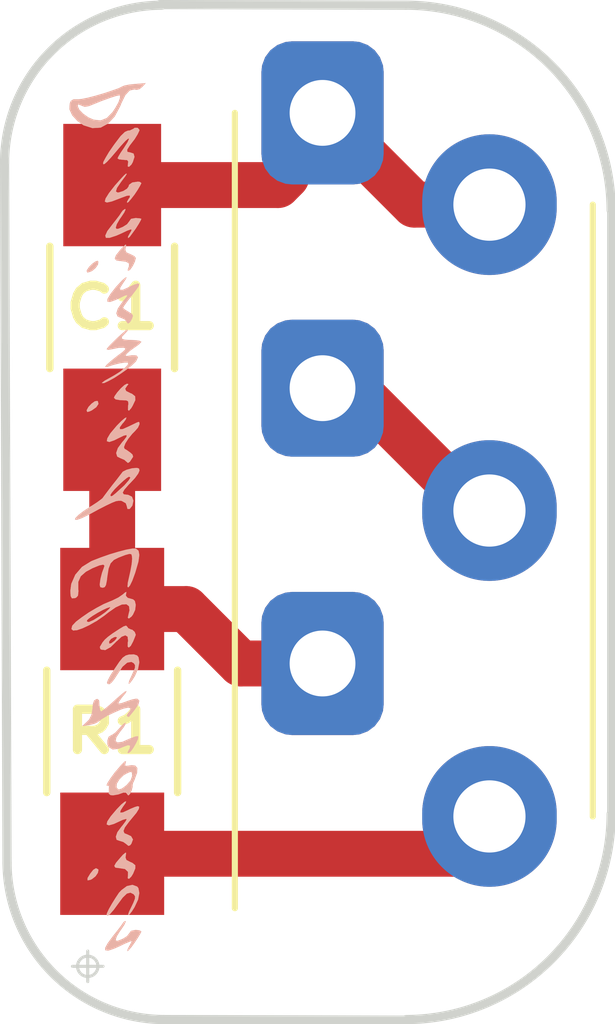
<source format=kicad_pcb>
(kicad_pcb (version 20171130) (host pcbnew "(5.1.5)-3")

  (general
    (thickness 1.6)
    (drawings 9)
    (tracks 16)
    (zones 0)
    (modules 4)
    (nets 1)
  )

  (page A4)
  (layers
    (0 F.Cu signal)
    (31 B.Cu signal)
    (32 B.Adhes user)
    (33 F.Adhes user)
    (34 B.Paste user)
    (35 F.Paste user)
    (36 B.SilkS user)
    (37 F.SilkS user)
    (38 B.Mask user)
    (39 F.Mask user)
    (40 Dwgs.User user)
    (41 Cmts.User user)
    (42 Eco1.User user)
    (43 Eco2.User user)
    (44 Edge.Cuts user)
    (45 Margin user)
    (46 B.CrtYd user)
    (47 F.CrtYd user)
    (48 B.Fab user)
    (49 F.Fab user)
  )

  (setup
    (last_trace_width 0.25)
    (user_trace_width 0.5)
    (user_trace_width 0.75)
    (user_trace_width 0.88)
    (user_trace_width 1)
    (trace_clearance 0.2)
    (zone_clearance 0.508)
    (zone_45_only no)
    (trace_min 0.2)
    (via_size 0.6)
    (via_drill 0.4)
    (via_min_size 0.4)
    (via_min_drill 0.3)
    (uvia_size 0.3)
    (uvia_drill 0.1)
    (uvias_allowed no)
    (uvia_min_size 0.2)
    (uvia_min_drill 0.1)
    (edge_width 0.15)
    (segment_width 0.2)
    (pcb_text_width 0.3)
    (pcb_text_size 1.5 1.5)
    (mod_edge_width 0.15)
    (mod_text_size 1 1)
    (mod_text_width 0.15)
    (pad_size 2 2.34)
    (pad_drill 1.076)
    (pad_to_mask_clearance 0.2)
    (solder_mask_min_width 0.25)
    (aux_axis_origin 129.92 74.83)
    (visible_elements 7FFFFFFF)
    (pcbplotparams
      (layerselection 0x00030_80000001)
      (usegerberextensions false)
      (usegerberattributes false)
      (usegerberadvancedattributes false)
      (creategerberjobfile false)
      (excludeedgelayer true)
      (linewidth 0.100000)
      (plotframeref false)
      (viasonmask false)
      (mode 1)
      (useauxorigin false)
      (hpglpennumber 1)
      (hpglpenspeed 20)
      (hpglpendiameter 15.000000)
      (psnegative false)
      (psa4output false)
      (plotreference true)
      (plotvalue true)
      (plotinvisibletext false)
      (padsonsilk false)
      (subtractmaskfromsilk false)
      (outputformat 1)
      (mirror false)
      (drillshape 1)
      (scaleselection 1)
      (outputdirectory ""))
  )

  (net 0 "")

  (net_class Default "This is the default net class."
    (clearance 0.2)
    (trace_width 0.25)
    (via_dia 0.6)
    (via_drill 0.4)
    (uvia_dia 0.3)
    (uvia_drill 0.1)
  )

  (module .pretty:Noll_TonePot (layer F.Cu) (tedit 609CA857) (tstamp 5C771673)
    (at 137.57 71.53)
    (descr "Potentiometer, vertically mounted, Omeg PC16PU, Omeg PC16PU, Omeg PC16PU, Vishay/Spectrol 248GJ/249GJ Single, Vishay/Spectrol 248GJ/249GJ Single, Vishay/Spectrol 248GJ/249GJ Single, Vishay/Spectrol 248GH/249GH Single, Vishay/Spectrol 148/149 Single, Vishay/Spectrol 148/149 Single, Vishay/Spectrol 148/149 Single, Vishay/Spectrol 148A/149A Single with mounting plates, Vishay/Spectrol 148/149 Double, Vishay/Spectrol 148A/149A Double with mounting plates, Piher PC-16 Single, Piher PC-16 Single, Piher PC-16 Single, Piher PC-16SV Single, Piher PC-16 Double, Piher PC-16 Triple, Piher T16H Single, Piher T16L Single, Piher T16H Double, Alps RK163 Single, Alps RK163 Double, http://www.alps.com/prod/info/E/PDF/Potentiometer/MetalShaft/RK163/RK163.PDF")
    (tags "Potentiometer vertical  Omeg PC16PU  Omeg PC16PU  Omeg PC16PU  Vishay/Spectrol 248GJ/249GJ Single  Vishay/Spectrol 248GJ/249GJ Single  Vishay/Spectrol 248GJ/249GJ Single  Vishay/Spectrol 248GH/249GH Single  Vishay/Spectrol 148/149 Single  Vishay/Spectrol 148/149 Single  Vishay/Spectrol 148/149 Single  Vishay/Spectrol 148A/149A Single with mounting plates  Vishay/Spectrol 148/149 Double  Vishay/Spectrol 148A/149A Double with mounting plates  Piher PC-16 Single  Piher PC-16 Single  Piher PC-16 Single  Piher PC-16SV Single  Piher PC-16 Double  Piher PC-16 Triple  Piher T16H Single  Piher T16L Single  Piher T16H Double  Alps RK163 Single  Alps RK163 Double")
    (fp_text reference NTP1 (at -0.57 1.87) (layer F.SilkS) hide
      (effects (font (size 0.22 0.22) (thickness 0.055)))
    )
    (fp_text value Tone_Pot (at 1.43 -7.53 90) (layer F.SilkS) hide
      (effects (font (size 0.3 0.3) (thickness 0.075)))
    )
    (fp_line (start 2.02 0) (end 2.02 -10) (layer F.SilkS) (width 0.1))
    (fp_line (start -3.834 -11.5) (end -3.834 1.5) (layer F.SilkS) (width 0.1))
    (pad 6 thru_hole roundrect (at -2.4 -2.5) (size 2 2.34) (drill 1.076) (layers *.Cu *.Mask) (roundrect_rratio 0.25))
    (pad 5 thru_hole roundrect (at -2.4 -7) (size 2 2.24) (drill 1.076) (layers *.Cu *.Mask) (roundrect_rratio 0.25))
    (pad 4 thru_hole roundrect (at -2.4 -11.5) (size 2 2.34) (drill 1.076) (layers *.Cu *.Mask) (roundrect_rratio 0.25))
    (pad 3 thru_hole oval (at 0.33 -10) (size 2.2 2.3) (drill 1.18) (layers *.Cu *.Mask))
    (pad 2 thru_hole oval (at 0.33 -5) (size 2.2 2.3) (drill 1.18) (layers *.Cu *.Mask))
    (pad 1 thru_hole oval (at 0.33 0) (size 2.2 2.3) (drill 1.18) (layers *.Cu *.Mask))
    (model Potentiometers.3dshapes/Potentiometer_Alps_RK163_Double_Vertical.wrl
      (at (xyz 0 0 0))
      (scale (xyz 1 1 1))
      (rotate (xyz 0 0 0))
    )
  )

  (module .pretty:C_1206_HandSoldering (layer F.Cu) (tedit 5E3A43C8) (tstamp 5C77083A)
    (at 131.73 63.21 90)
    (descr "Capacitor SMD 1206, hand soldering")
    (tags "capacitor 1206")
    (attr smd)
    (fp_text reference C1 (at 0 0 180) (layer F.SilkS)
      (effects (font (size 0.66 0.77) (thickness 0.15)))
    )
    (fp_text value 220p (at 0.65 0 180) (layer F.Fab)
      (effects (font (size 0.127 0.127) (thickness 0.03175)))
    )
    (fp_line (start 3.25 1.05) (end -3.25 1.05) (layer F.CrtYd) (width 0.05))
    (fp_line (start 3.25 1.05) (end 3.25 -1.05) (layer F.CrtYd) (width 0.05))
    (fp_line (start -3.25 -1.05) (end -3.25 1.05) (layer F.CrtYd) (width 0.05))
    (fp_line (start -3.25 -1.05) (end 3.25 -1.05) (layer F.CrtYd) (width 0.05))
    (fp_line (start -1 1.02) (end 1 1.02) (layer F.SilkS) (width 0.12))
    (fp_line (start 1 -1.02) (end -1 -1.02) (layer F.SilkS) (width 0.12))
    (fp_line (start 1.6 -0.8) (end 1.6 0.8) (layer F.Fab) (width 0.1))
    (fp_line (start -1.6 0.8) (end -1.6 -0.8) (layer F.Fab) (width 0.1))
    (pad 2 smd rect (at 2 0 90) (size 2 1.6) (layers F.Cu F.Paste F.Mask))
    (pad 1 smd rect (at -2 0 90) (size 2 1.6) (layers F.Cu F.Paste F.Mask))
    (model Capacitors_SMD.3dshapes/C_1206.wrl
      (at (xyz 0 0 0))
      (scale (xyz 1 1 1))
      (rotate (xyz 0 0 0))
    )
  )

  (module .pretty:PWE_scriptlogo15B (layer F.Cu) (tedit 5C776426) (tstamp 5C773ED4)
    (at 131.64 66.72 90)
    (fp_text reference PWE_logo (at 0.05 0.59 90) (layer F.SilkS) hide
      (effects (font (size 0.12 0.12) (thickness 0.03)))
    )
    (fp_text value 15mm_back (at -2.15 -0.71 90) (layer F.SilkS) hide
      (effects (font (size 0.12 0.12) (thickness 0.03)))
    )
    (fp_poly (pts (xy -5.8547 -0.31242) (xy -5.84708 -0.26924) (xy -5.83438 -0.2413) (xy -5.78866 -0.18288)
      (xy -5.73278 -0.14478) (xy -5.68452 -0.13462) (xy -5.67436 -0.1397) (xy -5.65658 -0.17526)
      (xy -5.68198 -0.21844) (xy -5.74548 -0.26924) (xy -5.8166 -0.31242) (xy -5.8547 -0.31242)) (layer B.SilkS) (width 0.00254))
    (fp_poly (pts (xy 1.80086 -0.3175) (xy 1.81102 -0.2794) (xy 1.8288 -0.2413) (xy 1.8796 -0.17018)
      (xy 1.93294 -0.13462) (xy 1.97612 -0.14478) (xy 1.9812 -0.1524) (xy 1.97612 -0.19304)
      (xy 1.93802 -0.24638) (xy 1.88468 -0.29718) (xy 1.83388 -0.32512) (xy 1.82626 -0.32766)
      (xy 1.80086 -0.3175)) (layer B.SilkS) (width 0.00254))
    (fp_poly (pts (xy 4.07924 -0.31496) (xy 4.09194 -0.27178) (xy 4.10718 -0.23622) (xy 4.15544 -0.18034)
      (xy 4.21132 -0.14224) (xy 4.25704 -0.13716) (xy 4.27228 -0.14732) (xy 4.26212 -0.18288)
      (xy 4.22402 -0.23622) (xy 4.17068 -0.28956) (xy 4.11988 -0.32258) (xy 4.10464 -0.32766)
      (xy 4.07924 -0.31496)) (layer B.SilkS) (width 0.00254))
    (fp_poly (pts (xy -5.8293 0.36576) (xy -5.7912 0.40386) (xy -5.74548 0.4318) (xy -5.65912 0.46736)
      (xy -5.60832 0.46736) (xy -5.57022 0.42164) (xy -5.55498 0.38608) (xy -5.52196 0.32258)
      (xy -5.48132 0.30734) (xy -5.44576 0.31242) (xy -5.40512 0.3175) (xy -5.40258 0.30734)
      (xy -5.4356 0.2667) (xy -5.48386 0.22352) (xy -5.56768 0.1524) (xy -5.61848 0.12446)
      (xy -5.64642 0.14224) (xy -5.65404 0.20066) (xy -5.66928 0.29972) (xy -5.715 0.34798)
      (xy -5.77088 0.34798) (xy -5.82168 0.34544) (xy -5.8293 0.36576)) (layer B.SilkS) (width 0.00254))
    (fp_poly (pts (xy -2.09042 -0.02286) (xy -2.04216 0.0635) (xy -1.98628 0.12192) (xy -1.98628 0.04318)
      (xy -1.98374 0.04064) (xy -1.95072 0.0381) (xy -1.90754 0.07112) (xy -1.8796 0.12192)
      (xy -1.87452 0.14478) (xy -1.88214 0.17018) (xy -1.91262 0.1524) (xy -1.94056 0.127)
      (xy -1.97866 0.0762) (xy -1.98628 0.04318) (xy -1.98628 0.12192) (xy -1.9431 0.1651)
      (xy -1.9431 0.16764) (xy -1.87198 0.24384) (xy -1.84912 0.3048) (xy -1.87198 0.3429)
      (xy -1.9431 0.35052) (xy -1.96342 0.34544) (xy -2.032 0.3429) (xy -2.04978 0.36068)
      (xy -2.02184 0.3937) (xy -1.95072 0.4318) (xy -1.88214 0.45974) (xy -1.8415 0.47498)
      (xy -1.83896 0.47498) (xy -1.80594 0.46228) (xy -1.79324 0.4572) (xy -1.75768 0.41656)
      (xy -1.75514 0.39878) (xy -1.73228 0.35052) (xy -1.7145 0.34036) (xy -1.69164 0.3175)
      (xy -1.70434 0.27686) (xy -1.74244 0.21336) (xy -1.81864 0.09652) (xy -1.87452 0.02032)
      (xy -1.92024 -0.03048) (xy -1.96596 -0.06858) (xy -1.98374 -0.07874) (xy -2.03962 -0.11176)
      (xy -2.07264 -0.10414) (xy -2.0828 -0.0889) (xy -2.09042 -0.02286)) (layer B.SilkS) (width 0.00254))
    (fp_poly (pts (xy -1.77038 -0.54864) (xy -1.7653 -0.48514) (xy -1.73482 -0.39624) (xy -1.68402 -0.28702)
      (xy -1.63322 -0.19812) (xy -1.63322 -0.2921) (xy -1.6256 -0.32258) (xy -1.60274 -0.32258)
      (xy -1.5748 -0.2921) (xy -1.53162 -0.23114) (xy -1.48336 -0.1524) (xy -1.43764 -0.06858)
      (xy -1.40462 0.00254) (xy -1.38938 0.0508) (xy -1.39192 0.06096) (xy -1.4224 0.03556)
      (xy -1.4732 -0.02286) (xy -1.52908 -0.1016) (xy -1.6002 -0.2159) (xy -1.63322 -0.2921)
      (xy -1.63322 -0.19812) (xy -1.61544 -0.1651) (xy -1.52908 -0.04064) (xy -1.4732 0.03048)
      (xy -1.39192 0.14732) (xy -1.3462 0.24638) (xy -1.34112 0.32258) (xy -1.37414 0.36576)
      (xy -1.44018 0.37338) (xy -1.50368 0.35814) (xy -1.5621 0.34544) (xy -1.5748 0.36322)
      (xy -1.54178 0.4064) (xy -1.5113 0.42926) (xy -1.4351 0.46482) (xy -1.35128 0.47498)
      (xy -1.28778 0.45974) (xy -1.26238 0.4318) (xy -1.24206 0.36068) (xy -1.23698 0.3429)
      (xy -1.20142 0.31242) (xy -1.1684 0.3175) (xy -1.14046 0.32258) (xy -1.15062 0.29972)
      (xy -1.1811 0.26416) (xy -1.2319 0.1905) (xy -1.28016 0.09144) (xy -1.29794 0.04826)
      (xy -1.33858 -0.04826) (xy -1.40208 -0.16764) (xy -1.47574 -0.2921) (xy -1.55448 -0.4064)
      (xy -1.6256 -0.50038) (xy -1.68402 -0.55626) (xy -1.69418 -0.56388) (xy -1.74752 -0.57658)
      (xy -1.77038 -0.54864)) (layer B.SilkS) (width 0.00254))
    (fp_poly (pts (xy 1.82118 0.36322) (xy 1.86436 0.40132) (xy 1.90246 0.42418) (xy 1.9939 0.46736)
      (xy 2.0574 0.46482) (xy 2.09804 0.41402) (xy 2.1082 0.38862) (xy 2.14376 0.3175)
      (xy 2.18186 0.30226) (xy 2.22758 0.33274) (xy 2.25552 0.3556) (xy 2.26314 0.33274)
      (xy 2.24028 0.28956) (xy 2.18694 0.23114) (xy 2.1209 0.17272) (xy 2.05994 0.12954)
      (xy 2.032 0.11938) (xy 2.0066 0.14732) (xy 1.9939 0.22606) (xy 1.9939 0.2413)
      (xy 1.99136 0.3175) (xy 1.97612 0.35052) (xy 1.93294 0.3556) (xy 1.905 0.35052)
      (xy 1.83642 0.34798) (xy 1.82118 0.36322)) (layer B.SilkS) (width 0.00254))
    (fp_poly (pts (xy 4.10718 0.3556) (xy 4.13258 0.38862) (xy 4.18846 0.42672) (xy 4.25704 0.45974)
      (xy 4.31292 0.47498) (xy 4.31546 0.47752) (xy 4.34848 0.45212) (xy 4.37896 0.39116)
      (xy 4.3815 0.38608) (xy 4.40944 0.32258) (xy 4.45008 0.3048) (xy 4.49072 0.30988)
      (xy 4.53136 0.3175) (xy 4.53644 0.30734) (xy 4.50342 0.27178) (xy 4.45262 0.22352)
      (xy 4.36372 0.1524) (xy 4.30784 0.13208) (xy 4.27736 0.16002) (xy 4.26974 0.2159)
      (xy 4.25704 0.3175) (xy 4.22656 0.36576) (xy 4.1783 0.36322) (xy 4.16814 0.35814)
      (xy 4.11734 0.3429) (xy 4.10718 0.3556)) (layer B.SilkS) (width 0.00254))
    (fp_poly (pts (xy -4.46532 0.35814) (xy -4.43992 0.38354) (xy -4.38404 0.40894) (xy -4.37134 0.41148)
      (xy -4.37134 0.19558) (xy -4.3434 0.1651) (xy -4.3307 0.16002) (xy -4.27482 0.1651)
      (xy -4.2037 0.20828) (xy -4.1402 0.27178) (xy -4.10972 0.32258) (xy -4.08178 0.38608)
      (xy -4.0894 0.41148) (xy -4.13512 0.41656) (xy -4.15036 0.41656) (xy -4.22148 0.39116)
      (xy -4.29768 0.32512) (xy -4.3561 0.24638) (xy -4.37134 0.19558) (xy -4.37134 0.41148)
      (xy -4.32562 0.42418) (xy -4.3053 0.42164) (xy -4.2672 0.42926) (xy -4.20116 0.45974)
      (xy -4.19608 0.45974) (xy -4.09448 0.49784) (xy -4.01828 0.50038) (xy -3.97764 0.46482)
      (xy -3.97256 0.40386) (xy -3.98018 0.3556) (xy -3.98526 0.30734) (xy -3.95986 0.30226)
      (xy -3.94462 0.30734) (xy -3.90652 0.31496) (xy -3.91414 0.2921) (xy -3.97256 0.23368)
      (xy -4.0767 0.14478) (xy -4.08432 0.13716) (xy -4.18084 0.06604) (xy -4.2545 0.01778)
      (xy -4.30022 -0.00254) (xy -4.31038 0.01016) (xy -4.30276 0.02286) (xy -4.318 0.0381)
      (xy -4.37134 0.03556) (xy -4.37642 0.03556) (xy -4.43738 0.03302) (xy -4.46024 0.06096)
      (xy -4.46532 0.1016) (xy -4.45008 0.1905) (xy -4.42976 0.24638) (xy -4.41198 0.29972)
      (xy -4.42976 0.32258) (xy -4.46278 0.34798) (xy -4.46532 0.35814)) (layer B.SilkS) (width 0.00254))
    (fp_poly (pts (xy -6.43382 0.01524) (xy -6.40588 0.05334) (xy -6.3373 0.1143) (xy -6.25348 0.17526)
      (xy -6.13664 0.26162) (xy -6.0706 0.3302) (xy -6.05536 0.38862) (xy -6.08076 0.43942)
      (xy -6.0833 0.44196) (xy -6.11632 0.46482) (xy -6.15442 0.46228) (xy -6.22046 0.43688)
      (xy -6.27888 0.40894) (xy -6.37286 0.36322) (xy -6.41858 0.35052) (xy -6.41604 0.3683)
      (xy -6.3627 0.41148) (xy -6.29412 0.45466) (xy -6.16966 0.51308) (xy -6.06298 0.5334)
      (xy -5.9817 0.51816) (xy -5.9563 0.49784) (xy -5.92836 0.42164) (xy -5.94868 0.3302)
      (xy -6.01472 0.2413) (xy -6.0579 0.20066) (xy -6.14172 0.14478) (xy -6.2357 0.08636)
      (xy -6.3246 0.03556) (xy -6.39064 0.00508) (xy -6.4135 0) (xy -6.43382 0.01524)) (layer B.SilkS) (width 0.00254))
    (fp_poly (pts (xy -5.29082 0.3556) (xy -5.28066 0.38354) (xy -5.25526 0.40386) (xy -5.18668 0.42926)
      (xy -5.13334 0.39878) (xy -5.1054 0.34036) (xy -5.08508 0.28956) (xy -5.04698 0.27432)
      (xy -4.98856 0.29718) (xy -4.89966 0.36322) (xy -4.85394 0.40132) (xy -4.75234 0.48514)
      (xy -4.6863 0.52578) (xy -4.65074 0.53086) (xy -4.64312 0.50546) (xy -4.65582 0.46228)
      (xy -4.6863 0.38862) (xy -4.70408 0.35306) (xy -4.74472 0.26416) (xy -4.74726 0.22098)
      (xy -4.71424 0.22606) (xy -4.65328 0.26416) (xy -4.58978 0.30988) (xy -4.56184 0.3175)
      (xy -4.572 0.2921) (xy -4.61518 0.23876) (xy -4.69138 0.1651) (xy -4.80822 0.06604)
      (xy -4.89204 0.01016) (xy -4.9403 0) (xy -4.95554 0.03556) (xy -4.93268 0.11684)
      (xy -4.90474 0.1778) (xy -4.86664 0.25908) (xy -4.8514 0.31242) (xy -4.85394 0.32766)
      (xy -4.8895 0.30988) (xy -4.95046 0.26416) (xy -4.98094 0.23876) (xy -5.0673 0.17526)
      (xy -5.14096 0.14986) (xy -5.19176 0.16256) (xy -5.207 0.20574) (xy -5.22732 0.27178)
      (xy -5.2578 0.31496) (xy -5.29082 0.3556)) (layer B.SilkS) (width 0.00254))
    (fp_poly (pts (xy -3.77444 0.35814) (xy -3.74396 0.39624) (xy -3.683 0.43942) (xy -3.61188 0.48006)
      (xy -3.54584 0.51054) (xy -3.5052 0.51562) (xy -3.50012 0.51054) (xy -3.50266 0.47244)
      (xy -3.52806 0.40132) (xy -3.54076 0.37084) (xy -3.59156 0.254) (xy -3.60172 0.1778)
      (xy -3.57886 0.14478) (xy -3.5179 0.15748) (xy -3.42646 0.21844) (xy -3.42138 0.22352)
      (xy -3.35026 0.2794) (xy -3.29692 0.30988) (xy -3.27914 0.31242) (xy -3.2893 0.28702)
      (xy -3.33502 0.23622) (xy -3.37058 0.20574) (xy -3.43662 0.14478) (xy -3.47472 0.09144)
      (xy -3.48234 0.07366) (xy -3.50774 0.03302) (xy -3.56616 0.0127) (xy -3.6322 0.0127)
      (xy -3.67538 0.03048) (xy -3.71602 0.09906) (xy -3.70332 0.19812) (xy -3.67284 0.27178)
      (xy -3.6449 0.34798) (xy -3.65252 0.38354) (xy -3.70078 0.37592) (xy -3.72364 0.36068)
      (xy -3.76936 0.34036) (xy -3.77444 0.35814)) (layer B.SilkS) (width 0.00254))
    (fp_poly (pts (xy -3.33502 -0.40132) (xy -3.3147 -0.28194) (xy -3.29438 -0.19812) (xy -3.26644 -0.14224)
      (xy -3.25882 -0.13462) (xy -3.22072 -0.08382) (xy -3.16738 0.00508) (xy -3.11404 0.11684)
      (xy -3.06324 0.23114) (xy -3.048 0.27178) (xy -3.03022 0.35306) (xy -3.04292 0.39116)
      (xy -3.08356 0.381) (xy -3.11912 0.35052) (xy -3.15722 0.3302) (xy -3.175 0.33782)
      (xy -3.18516 0.36322) (xy -3.18008 0.36576) (xy -3.15214 0.38862) (xy -3.09626 0.43434)
      (xy -3.07086 0.45466) (xy -2.97942 0.51816) (xy -2.91846 0.5334) (xy -2.88798 0.50292)
      (xy -2.88544 0.48006) (xy -2.89814 0.41656) (xy -2.92608 0.33274) (xy -2.9337 0.31242)
      (xy -2.9591 0.2413) (xy -2.96672 0.19558) (xy -2.96672 0.1905) (xy -2.93878 0.19812)
      (xy -2.8829 0.23622) (xy -2.86258 0.25146) (xy -2.79146 0.30988) (xy -2.76098 0.32512)
      (xy -2.7686 0.29972) (xy -2.81686 0.23876) (xy -2.90322 0.1397) (xy -2.91338 0.12954)
      (xy -2.99466 0.0381) (xy -3.05562 -0.03556) (xy -3.09118 -0.08382) (xy -3.09372 -0.09398)
      (xy -3.06832 -0.10922) (xy -3.00482 -0.11938) (xy -2.98958 -0.11938) (xy -2.91592 -0.12446)
      (xy -2.89052 -0.14732) (xy -2.89306 -0.17018) (xy -2.91592 -0.20574) (xy -2.97434 -0.22606)
      (xy -3.04546 -0.23114) (xy -3.15214 -0.24892) (xy -3.2258 -0.28702) (xy -3.26136 -0.32258)
      (xy -3.33502 -0.40132)) (layer B.SilkS) (width 0.00254))
    (fp_poly (pts (xy -2.64922 0.04318) (xy -2.62382 0.07874) (xy -2.56286 0.127) (xy -2.48412 0.1778)
      (xy -2.3622 0.25908) (xy -2.29616 0.33528) (xy -2.28346 0.40386) (xy -2.30632 0.4445)
      (xy -2.33934 0.46482) (xy -2.38252 0.46228) (xy -2.45364 0.4318) (xy -2.49936 0.41148)
      (xy -2.59334 0.3683) (xy -2.63906 0.35814) (xy -2.63652 0.37592) (xy -2.58064 0.4191)
      (xy -2.51714 0.45974) (xy -2.39776 0.51308) (xy -2.29108 0.5334) (xy -2.2098 0.5207)
      (xy -2.17932 0.49784) (xy -2.16154 0.4445) (xy -2.16408 0.36576) (xy -2.17932 0.31242)
      (xy -2.21488 0.26162) (xy -2.28092 0.20828) (xy -2.39014 0.13462) (xy -2.50444 0.06096)
      (xy -2.58064 0.02032) (xy -2.62382 0.00508) (xy -2.64414 0.01524) (xy -2.64922 0.04318)) (layer B.SilkS) (width 0.00254))
    (fp_poly (pts (xy -1.2446 -0.56896) (xy -1.24206 -0.5207) (xy -1.2319 -0.49784) (xy -1.20142 -0.4699)
      (xy -1.12776 -0.46228) (xy -1.0922 -0.46482) (xy -0.97536 -0.46482) (xy -0.88392 -0.42418)
      (xy -0.81026 -0.34036) (xy -0.75184 -0.23114) (xy -0.70612 -0.11938) (xy -0.69342 -0.05588)
      (xy -0.7112 -0.03556) (xy -0.75946 -0.0508) (xy -0.76454 -0.05334) (xy -0.82804 -0.0762)
      (xy -0.91694 -0.09906) (xy -0.94488 -0.10414) (xy -1.02362 -0.1143) (xy -1.06172 -0.10414)
      (xy -1.06934 -0.0762) (xy -1.07188 -0.06604) (xy -1.06172 -0.03302) (xy -1.0287 -0.0127)
      (xy -0.9525 0.00254) (xy -0.889 0.01016) (xy -0.75946 0.03048) (xy -0.6731 0.0635)
      (xy -0.61722 0.11684) (xy -0.57912 0.19304) (xy -0.53594 0.3048) (xy -0.51816 0.37084)
      (xy -0.52324 0.40386) (xy -0.5588 0.41402) (xy -0.60198 0.41656) (xy -0.6858 0.40894)
      (xy -0.79756 0.38862) (xy -0.8763 0.37084) (xy -0.9906 0.34544) (xy -1.0541 0.34036)
      (xy -1.0668 0.35306) (xy -1.03378 0.381) (xy -0.95504 0.4191) (xy -0.83058 0.46482)
      (xy -0.80518 0.47244) (xy -0.6477 0.51816) (xy -0.53594 0.5334) (xy -0.46736 0.5207)
      (xy -0.4318 0.47752) (xy -0.4318 0.4191) (xy -0.44958 0.32004) (xy -0.4826 0.19304)
      (xy -0.52578 0.04826) (xy -0.57658 -0.09652) (xy -0.62992 -0.23368) (xy -0.64008 -0.25654)
      (xy -0.73152 -0.40386) (xy -0.85852 -0.51308) (xy -1.00838 -0.57912) (xy -1.12268 -0.59436)
      (xy -1.2065 -0.58928) (xy -1.2446 -0.56896)) (layer B.SilkS) (width 0.00254))
    (fp_poly (pts (xy 0.0381 -0.48514) (xy 0.06604 -0.4064) (xy 0.11938 -0.29718) (xy 0.21082 -0.12954)
      (xy 0.27432 -0.00508) (xy 0.3175 0.08636) (xy 0.3429 0.14986) (xy 0.35052 0.19558)
      (xy 0.35052 0.23368) (xy 0.34544 0.24892) (xy 0.30988 0.31242) (xy 0.2667 0.32766)
      (xy 0.2159 0.34036) (xy 0.2159 0.37592) (xy 0.2667 0.41656) (xy 0.26924 0.4191)
      (xy 0.35052 0.43688) (xy 0.41402 0.41402) (xy 0.42164 0.40132) (xy 0.42164 0.06858)
      (xy 0.43942 0.06096) (xy 0.44704 0.06096) (xy 0.48006 0.08128) (xy 0.54102 0.13208)
      (xy 0.6096 0.20066) (xy 0.67564 0.27178) (xy 0.7239 0.3302) (xy 0.74422 0.36576)
      (xy 0.72898 0.38862) (xy 0.68326 0.36068) (xy 0.60198 0.28956) (xy 0.55626 0.23876)
      (xy 0.47498 0.14986) (xy 0.4318 0.09652) (xy 0.42164 0.06858) (xy 0.42164 0.40132)
      (xy 0.4445 0.3556) (xy 0.44704 0.3429) (xy 0.45466 0.2794) (xy 0.4826 0.26162)
      (xy 0.5334 0.28956) (xy 0.61468 0.36068) (xy 0.64262 0.38862) (xy 0.72136 0.46228)
      (xy 0.79502 0.51562) (xy 0.84328 0.53594) (xy 0.8763 0.52832) (xy 0.88646 0.4953)
      (xy 0.88138 0.42418) (xy 0.87884 0.40894) (xy 0.85598 0.32512) (xy 0.8255 0.26416)
      (xy 0.8128 0.254) (xy 0.76962 0.22098) (xy 0.69342 0.16256) (xy 0.60452 0.09144)
      (xy 0.59436 0.08382) (xy 0.508 0.01778) (xy 0.43688 -0.03556) (xy 0.39878 -0.0635)
      (xy 0.39624 -0.0635) (xy 0.37084 -0.09398) (xy 0.32258 -0.16002) (xy 0.2667 -0.24638)
      (xy 0.18542 -0.37338) (xy 0.11938 -0.45974) (xy 0.06858 -0.51054) (xy 0.04064 -0.51816)
      (xy 0.0381 -0.48514)) (layer B.SilkS) (width 0.00254))
    (fp_poly (pts (xy 0.96774 0.34798) (xy 0.98806 0.37846) (xy 1.01854 0.39878) (xy 1.06934 0.4318)
      (xy 1.1049 0.42164) (xy 1.13538 0.38862) (xy 1.17856 0.32766) (xy 1.19888 0.2921)
      (xy 1.22682 0.28194) (xy 1.28778 0.3048) (xy 1.36398 0.35306) (xy 1.44272 0.41656)
      (xy 1.4859 0.45974) (xy 1.54432 0.51054) (xy 1.6002 0.53594) (xy 1.63322 0.5334)
      (xy 1.6383 0.5207) (xy 1.6256 0.48768) (xy 1.59258 0.4191) (xy 1.5621 0.3556)
      (xy 1.52146 0.26416) (xy 1.51892 0.2159) (xy 1.5494 0.21336) (xy 1.6129 0.25908)
      (xy 1.62814 0.27432) (xy 1.67894 0.31242) (xy 1.71196 0.32258) (xy 1.69926 0.29464)
      (xy 1.65354 0.2413) (xy 1.57988 0.16764) (xy 1.5621 0.1524) (xy 1.45034 0.05842)
      (xy 1.36906 0.01016) (xy 1.32334 0.00254) (xy 1.31064 0.04318) (xy 1.33858 0.12446)
      (xy 1.36906 0.18542) (xy 1.41478 0.2794) (xy 1.42494 0.32512) (xy 1.397 0.32512)
      (xy 1.33604 0.2794) (xy 1.3081 0.254) (xy 1.21158 0.18288) (xy 1.1303 0.15494)
      (xy 1.07188 0.17272) (xy 1.04648 0.22352) (xy 1.01854 0.28956) (xy 0.99314 0.3175)
      (xy 0.96774 0.34798)) (layer B.SilkS) (width 0.00254))
    (fp_poly (pts (xy 3.24612 0.34798) (xy 3.26898 0.381) (xy 3.31978 0.41148) (xy 3.37312 0.42926)
      (xy 3.40614 0.40894) (xy 3.43916 0.3556) (xy 3.47472 0.29718) (xy 3.50266 0.2667)
      (xy 3.53568 0.28448) (xy 3.59918 0.3302) (xy 3.683 0.3937) (xy 3.69316 0.40132)
      (xy 3.79222 0.47752) (xy 3.85318 0.5207) (xy 3.8862 0.5334) (xy 3.8989 0.51816)
      (xy 3.8989 0.50546) (xy 3.8862 0.46228) (xy 3.85572 0.38862) (xy 3.83794 0.35306)
      (xy 3.7973 0.26416) (xy 3.7973 0.21844) (xy 3.83286 0.22098) (xy 3.90144 0.26416)
      (xy 3.97256 0.31242) (xy 4.00304 0.32512) (xy 3.99542 0.30226) (xy 3.95224 0.25146)
      (xy 3.87604 0.18034) (xy 3.84556 0.1524) (xy 3.72872 0.06096) (xy 3.64744 0.0127)
      (xy 3.60426 0.0127) (xy 3.59918 0.05588) (xy 3.6322 0.14732) (xy 3.66014 0.20828)
      (xy 3.70332 0.29718) (xy 3.71348 0.33782) (xy 3.68808 0.3302) (xy 3.62458 0.2794)
      (xy 3.5941 0.254) (xy 3.4925 0.18288) (xy 3.41376 0.15748) (xy 3.36042 0.18034)
      (xy 3.3401 0.23368) (xy 3.3147 0.2921) (xy 3.28676 0.3175) (xy 3.24612 0.34798)) (layer B.SilkS) (width 0.00254))
    (fp_poly (pts (xy 5.80898 0.36576) (xy 5.84454 0.40386) (xy 5.88518 0.42672) (xy 5.97154 0.45466)
      (xy 6.02488 0.43942) (xy 6.04266 0.38608) (xy 6.05282 0.33782) (xy 6.09092 0.33528)
      (xy 6.1595 0.37846) (xy 6.18236 0.39624) (xy 6.2611 0.4572) (xy 6.33984 0.50546)
      (xy 6.39826 0.5334) (xy 6.41096 0.53594) (xy 6.43636 0.51562) (xy 6.44652 0.50292)
      (xy 6.44652 0.4572) (xy 6.43128 0.43942) (xy 6.40334 0.381) (xy 6.39826 0.3429)
      (xy 6.37794 0.29718) (xy 6.3119 0.2286) (xy 6.19506 0.1397) (xy 6.15696 0.11176)
      (xy 6.05028 0.0381) (xy 5.9563 -0.01778) (xy 5.89026 -0.05334) (xy 5.8674 -0.05842)
      (xy 5.84962 -0.05334) (xy 5.85724 -0.03302) (xy 5.89026 0.00508) (xy 5.95884 0.06858)
      (xy 6.06552 0.16002) (xy 6.1468 0.2286) (xy 6.23316 0.30734) (xy 6.27126 0.35306)
      (xy 6.26618 0.36576) (xy 6.21284 0.3429) (xy 6.11632 0.28194) (xy 6.03504 0.22606)
      (xy 5.97408 0.1905) (xy 5.94614 0.1778) (xy 5.9309 0.2032) (xy 5.92328 0.2667)
      (xy 5.92328 0.27178) (xy 5.9182 0.33528) (xy 5.8928 0.35306) (xy 5.86232 0.34798)
      (xy 5.81406 0.34544) (xy 5.80898 0.36576)) (layer B.SilkS) (width 0.00254))
    (fp_poly (pts (xy -7.01294 0.33782) (xy -6.9977 0.35814) (xy -6.94944 0.40132) (xy -6.87578 0.45466)
      (xy -6.79958 0.50546) (xy -6.73354 0.5461) (xy -6.6929 0.56642) (xy -6.69036 0.56642)
      (xy -6.67258 0.53848) (xy -6.66496 0.47752) (xy -6.66496 0.47244) (xy -6.6802 0.39878)
      (xy -6.72338 0.36576) (xy -6.76656 0.33274) (xy -6.80974 0.26416) (xy -6.84022 0.1905)
      (xy -6.8453 0.16002) (xy -6.82244 0.14732) (xy -6.7691 0.1651) (xy -6.69036 0.21336)
      (xy -6.6548 0.23876) (xy -6.58368 0.28702) (xy -6.53288 0.30988) (xy -6.52018 0.30988)
      (xy -6.5278 0.28448) (xy -6.55066 0.2667) (xy -6.59892 0.23368) (xy -6.67512 0.17526)
      (xy -6.76402 0.10414) (xy -6.88086 0.01778) (xy -6.9596 -0.0254) (xy -6.9977 -0.02286)
      (xy -7.00278 0.02794) (xy -6.96976 0.12446) (xy -6.9342 0.20574) (xy -6.88848 0.29972)
      (xy -6.858 0.37338) (xy -6.8453 0.40894) (xy -6.86562 0.40386) (xy -6.91896 0.37592)
      (xy -6.9215 0.37338) (xy -6.97992 0.3429) (xy -7.01294 0.33782)) (layer B.SilkS) (width 0.00254))
    (fp_poly (pts (xy 2.2733 -0.07874) (xy 2.2733 -0.04318) (xy 2.30632 0.02794) (xy 2.35712 0.12192)
      (xy 2.42316 0.22352) (xy 2.49428 0.32512) (xy 2.56286 0.41148) (xy 2.62128 0.47244)
      (xy 2.63398 0.4826) (xy 2.69494 0.51054) (xy 2.72542 0.48514) (xy 2.72796 0.41148)
      (xy 2.72542 0.39624) (xy 2.71526 0.32766) (xy 2.72034 0.30734) (xy 2.74828 0.32512)
      (xy 2.75082 0.32512) (xy 2.79654 0.37592) (xy 2.84988 0.44958) (xy 2.86004 0.46482)
      (xy 2.90576 0.52832) (xy 2.94386 0.56388) (xy 2.94894 0.56642) (xy 2.96418 0.53848)
      (xy 2.97434 0.4699) (xy 2.97688 0.40132) (xy 2.98196 0.29718) (xy 2.9972 0.24892)
      (xy 3.03022 0.24892) (xy 3.08102 0.29718) (xy 3.1242 0.33782) (xy 3.1496 0.3429)
      (xy 3.1369 0.3175) (xy 3.09372 0.26416) (xy 3.03022 0.19304) (xy 2.9591 0.11938)
      (xy 2.89306 0.05334) (xy 2.8448 0.01016) (xy 2.82448 0) (xy 2.81686 0.0254)
      (xy 2.82702 0.08636) (xy 2.8321 0.10668) (xy 2.84988 0.19558) (xy 2.85242 0.27178)
      (xy 2.85242 0.27686) (xy 2.84226 0.3048) (xy 2.8194 0.29972) (xy 2.77876 0.25654)
      (xy 2.7178 0.17272) (xy 2.63398 0.06858) (xy 2.57302 0) (xy 2.54 -0.0254)
      (xy 2.53492 -0.00762) (xy 2.54 0.01524) (xy 2.57048 0.10922) (xy 2.59588 0.20828)
      (xy 2.60858 0.2921) (xy 2.60858 0.34544) (xy 2.60604 0.35052) (xy 2.57302 0.34544)
      (xy 2.52222 0.29718) (xy 2.46126 0.22098) (xy 2.4003 0.12446) (xy 2.35458 0.04318)
      (xy 2.31394 -0.03048) (xy 2.28092 -0.07366) (xy 2.2733 -0.07874)) (layer B.SilkS) (width 0.00254))
    (fp_poly (pts (xy 4.64312 0.35052) (xy 4.66598 0.37846) (xy 4.7244 0.42164) (xy 4.79806 0.47498)
      (xy 4.87426 0.52324) (xy 4.93268 0.55626) (xy 4.95808 0.56642) (xy 4.9657 0.53848)
      (xy 4.97078 0.47752) (xy 4.97078 0.47244) (xy 4.95808 0.39878) (xy 4.91236 0.36576)
      (xy 4.86918 0.33274) (xy 4.826 0.26416) (xy 4.79552 0.1905) (xy 4.79298 0.16002)
      (xy 4.8133 0.14732) (xy 4.87172 0.1651) (xy 4.95046 0.21082) (xy 4.99364 0.2413)
      (xy 5.06222 0.28702) (xy 5.10794 0.30734) (xy 5.12064 0.30226) (xy 5.09524 0.26416)
      (xy 5.06476 0.2413) (xy 5.01396 0.20828) (xy 4.93776 0.14986) (xy 4.8641 0.09144)
      (xy 4.75742 0.01016) (xy 4.68376 -0.02286) (xy 4.6482 -0.0127) (xy 4.6482 0.04826)
      (xy 4.68376 0.15748) (xy 4.71678 0.23368) (xy 4.76504 0.33528) (xy 4.78536 0.39116)
      (xy 4.78028 0.40894) (xy 4.7498 0.39624) (xy 4.71678 0.37592) (xy 4.66598 0.34798)
      (xy 4.64312 0.35052)) (layer B.SilkS) (width 0.00254))
    (fp_poly (pts (xy 5.2197 0.33528) (xy 5.23494 0.35814) (xy 5.28574 0.40132) (xy 5.35432 0.45466)
      (xy 5.43052 0.50546) (xy 5.4991 0.5461) (xy 5.53974 0.56642) (xy 5.54228 0.56642)
      (xy 5.5626 0.54102) (xy 5.56514 0.508) (xy 5.55244 0.4191) (xy 5.51434 0.36576)
      (xy 5.4864 0.35814) (xy 5.45084 0.33274) (xy 5.41274 0.27178) (xy 5.38988 0.20066)
      (xy 5.38734 0.1778) (xy 5.40512 0.14986) (xy 5.46354 0.16764) (xy 5.55244 0.2286)
      (xy 5.57022 0.2413) (xy 5.6515 0.30226) (xy 5.69214 0.32766) (xy 5.69722 0.3175)
      (xy 5.66674 0.28194) (xy 5.60324 0.22352) (xy 5.51434 0.14478) (xy 5.50926 0.1397)
      (xy 5.37972 0.0381) (xy 5.29082 -0.01778) (xy 5.24002 -0.03048) (xy 5.22478 0.00254)
      (xy 5.24256 0.08382) (xy 5.29082 0.21082) (xy 5.30098 0.23622) (xy 5.33654 0.33274)
      (xy 5.33908 0.37846) (xy 5.31114 0.37846) (xy 5.2832 0.35814) (xy 5.23748 0.33274)
      (xy 5.2197 0.33528)) (layer B.SilkS) (width 0.00254))
    (fp_poly (pts (xy 6.44144 -0.23368) (xy 6.44906 -0.09906) (xy 6.5151 0.02286) (xy 6.5659 0.07112)
      (xy 6.5659 -0.09906) (xy 6.5786 -0.21336) (xy 6.6167 -0.29972) (xy 6.67766 -0.38608)
      (xy 6.7437 -0.44958) (xy 6.80212 -0.47498) (xy 6.83006 -0.46736) (xy 6.81736 -0.4318)
      (xy 6.80974 -0.41656) (xy 6.78942 -0.36068) (xy 6.79958 -0.29464) (xy 6.81228 -0.26162)
      (xy 6.8834 -0.08636) (xy 6.9342 0.05334) (xy 6.96722 0.15494) (xy 6.97738 0.21082)
      (xy 6.97484 0.21844) (xy 6.93674 0.21844) (xy 6.86308 0.19304) (xy 6.77164 0.14224)
      (xy 6.70306 0.09652) (xy 6.60654 0.00254) (xy 6.5659 -0.09906) (xy 6.5659 0.07112)
      (xy 6.63194 0.13208) (xy 6.80466 0.22352) (xy 6.8453 0.23876) (xy 6.97992 0.3048)
      (xy 7.05612 0.37592) (xy 7.0739 0.45466) (xy 7.06628 0.48514) (xy 7.07644 0.5334)
      (xy 7.11454 0.58166) (xy 7.1755 0.63754) (xy 7.1628 0.4699) (xy 7.15264 0.37084)
      (xy 7.1374 0.29464) (xy 7.12724 0.26416) (xy 7.09168 0.19304) (xy 7.05358 0.08382)
      (xy 7.0104 -0.04572) (xy 6.96976 -0.18542) (xy 6.93674 -0.31242) (xy 6.91642 -0.41402)
      (xy 6.91134 -0.47244) (xy 6.91134 -0.5461) (xy 6.8834 -0.58674) (xy 6.84276 -0.60452)
      (xy 6.74878 -0.6096) (xy 6.64972 -0.56388) (xy 6.55574 -0.47752) (xy 6.48716 -0.37846)
      (xy 6.44144 -0.23368)) (layer B.SilkS) (width 0.00254))
  )

  (module .pretty:R_1206_HandSoldering (layer F.Cu) (tedit 5C884E05) (tstamp 5C885542)
    (at 131.73 70.14 90)
    (descr "Resistor SMD 1206, hand soldering")
    (tags "resistor 1206")
    (attr smd)
    (fp_text reference R1 (at 0 0 180) (layer F.SilkS)
      (effects (font (size 0.66 0.77) (thickness 0.15)))
    )
    (fp_text value "1206_hand solder" (at -0.07 0.62 90) (layer F.Fab)
      (effects (font (size 0.1 0.1) (thickness 0.025)))
    )
    (fp_line (start 3.25 1.1) (end -3.25 1.1) (layer F.CrtYd) (width 0.05))
    (fp_line (start 3.25 1.1) (end 3.25 -1.11) (layer F.CrtYd) (width 0.05))
    (fp_line (start -3.25 -1.11) (end -3.25 1.1) (layer F.CrtYd) (width 0.05))
    (fp_line (start -3.25 -1.11) (end 3.25 -1.11) (layer F.CrtYd) (width 0.05))
    (fp_line (start -1 -1.07) (end 1 -1.07) (layer F.SilkS) (width 0.12))
    (fp_line (start 1 1.07) (end -1 1.07) (layer F.SilkS) (width 0.12))
    (fp_line (start -1.6 -0.8) (end 1.6 -0.8) (layer F.Fab) (width 0.1))
    (fp_line (start 1.6 -0.8) (end 1.6 0.8) (layer F.Fab) (width 0.1))
    (fp_line (start 1.6 0.8) (end -1.6 0.8) (layer F.Fab) (width 0.1))
    (fp_line (start -1.6 0.8) (end -1.6 -0.8) (layer F.Fab) (width 0.1))
    (pad 2 smd rect (at 2 0 90) (size 2 1.7) (layers F.Cu F.Paste F.Mask))
    (pad 1 smd rect (at -2 0 90) (size 2 1.7) (layers F.Cu F.Paste F.Mask))
    (model ${KISYS3DMOD}/Resistors_SMD.3dshapes/R_1206.wrl
      (at (xyz 0 0 0))
      (scale (xyz 1 1 1))
      (rotate (xyz 0 0 0))
    )
  )

  (gr_arc (start 132.59 72.27) (end 130.01 72.28) (angle -89.77790224) (layer Edge.Cuts) (width 0.15) (tstamp 6024CA97))
  (target plus (at 131.33 73.98) (size 0.5) (width 0.05) (layer Edge.Cuts))
  (gr_arc (start 132.55 60.85) (end 132.54 58.27) (angle -89.77790224) (layer Edge.Cuts) (width 0.15) (tstamp 6024C4A0))
  (gr_arc (start 136.53 61.63) (end 139.889999 61.620001) (angle -89.8294773) (layer Edge.Cuts) (width 0.15) (tstamp 6024C3BD))
  (gr_arc (start 136.53 71.49) (end 136.539999 74.849999) (angle -89.8294773) (layer Edge.Cuts) (width 0.15))
  (gr_line (start 139.9 61.62) (end 139.9 71.53) (angle 90) (layer Edge.Cuts) (width 0.15) (tstamp 5C7740D9))
  (gr_line (start 132.56 74.85) (end 136.55 74.86) (angle 90) (layer Edge.Cuts) (width 0.15))
  (gr_line (start 129.97 60.8) (end 130.01 72.3) (angle 90) (layer Edge.Cuts) (width 0.15))
  (gr_line (start 136.54 58.27) (end 132.51 58.26) (angle 90) (layer Edge.Cuts) (width 0.15))

  (segment (start 135.17 60.06) (end 135.17 60.03) (width 0.75) (layer F.Cu) (net 0) (tstamp 5C8861C3) (status C00000))
  (segment (start 131.53 72.64) (end 131.53 72.14) (width 0.75) (layer F.Cu) (net 0) (tstamp 5C886376) (status C00000))
  (segment (start 131.53 67.82) (end 131.53 68.14) (width 0.75) (layer F.Cu) (net 0) (tstamp 5C886732) (status C00000))
  (segment (start 131.73 68.14) (end 131.73 65.01) (width 0.75) (layer F.Cu) (net 0))
  (segment (start 137.29 72.14) (end 137.9 71.53) (width 0.75) (layer F.Cu) (net 0))
  (segment (start 131.73 72.14) (end 137.29 72.14) (width 0.75) (layer F.Cu) (net 0))
  (segment (start 131.73 61.21) (end 134.44 61.21) (width 0.75) (layer F.Cu) (net 0))
  (segment (start 134.44 61.21) (end 134.58 61.07) (width 0.75) (layer F.Cu) (net 0))
  (segment (start 136.67 61.53) (end 137.9 61.53) (width 0.75) (layer F.Cu) (net 0))
  (segment (start 135.17 60.03) (end 136.67 61.53) (width 0.75) (layer F.Cu) (net 0))
  (segment (start 135.7 64.53) (end 135.17 64.53) (width 0.75) (layer F.Cu) (net 0))
  (segment (start 137.9 66.53) (end 137.7 66.53) (width 0.75) (layer F.Cu) (net 0))
  (segment (start 137.7 66.53) (end 135.7 64.53) (width 0.75) (layer F.Cu) (net 0))
  (segment (start 133.83 69.03) (end 135.17 69.03) (width 0.75) (layer F.Cu) (net 0))
  (segment (start 131.73 68.14) (end 132.94 68.14) (width 0.75) (layer F.Cu) (net 0))
  (segment (start 132.94 68.14) (end 133.83 69.03) (width 0.75) (layer F.Cu) (net 0))

)

</source>
